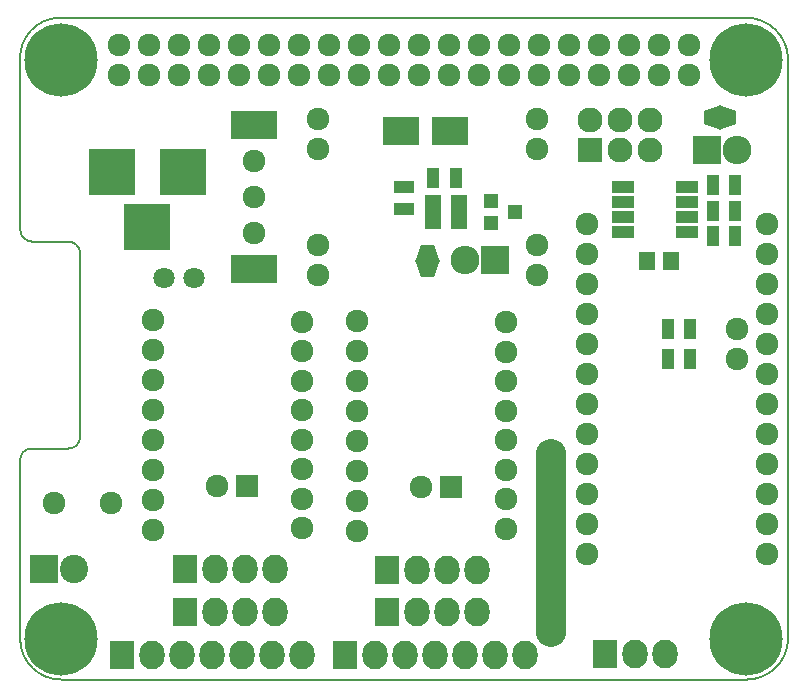
<source format=gbs>
G04 #@! TF.FileFunction,Soldermask,Bot*
%FSLAX46Y46*%
G04 Gerber Fmt 4.6, Leading zero omitted, Abs format (unit mm)*
G04 Created by KiCad (PCBNEW 4.0.2-stable) date 05/04/2016 23:50:18*
%MOMM*%
G01*
G04 APERTURE LIST*
%ADD10C,0.100000*%
%ADD11C,0.150000*%
%ADD12R,2.432000X2.432000*%
%ADD13O,2.432000X2.432000*%
%ADD14C,6.200000*%
%ADD15C,1.924000*%
%ADD16O,2.600000X17.600000*%
%ADD17R,3.900120X3.900120*%
%ADD18R,2.127200X2.432000*%
%ADD19O,2.127200X2.432000*%
%ADD20R,2.127200X2.127200*%
%ADD21O,2.127200X2.127200*%
%ADD22R,3.900000X2.400000*%
%ADD23R,1.100000X1.700000*%
%ADD24R,1.950000X1.000000*%
%ADD25R,1.924000X1.924000*%
%ADD26R,1.400000X1.650000*%
%ADD27R,3.051760X2.429460*%
%ADD28R,1.200100X1.200100*%
%ADD29R,1.700000X1.100000*%
%ADD30R,1.460000X1.050000*%
%ADD31R,2.400000X2.400000*%
%ADD32C,2.400000*%
%ADD33C,1.797000*%
G04 APERTURE END LIST*
D10*
D11*
X81838800Y-79552800D02*
X81838800Y-63906400D01*
X76758800Y-81483200D02*
X76758800Y-96621600D01*
X80822800Y-80467200D02*
X77673200Y-80467200D01*
X77774800Y-62941200D02*
X80772000Y-62941200D01*
X76758800Y-47548800D02*
X76758800Y-61925200D01*
X138277600Y-100025200D02*
X80264000Y-100025200D01*
X141782800Y-96520000D02*
X141782800Y-47548800D01*
X80162400Y-43992800D02*
X138125200Y-43992800D01*
X80010000Y-43992800D02*
X80162400Y-43992800D01*
X80010000Y-43992800D02*
G75*
G03X76758800Y-47548800I152400J-3403600D01*
G01*
X80822800Y-80467200D02*
G75*
G03X81838800Y-79552800I50800J965200D01*
G01*
X76758800Y-61925200D02*
G75*
G03X77774800Y-62941200I1016000J0D01*
G01*
X81838800Y-63906400D02*
G75*
G03X80772000Y-62941200I-1016000J-50800D01*
G01*
X77673200Y-80467200D02*
G75*
G03X76758800Y-81483200I50800J-965200D01*
G01*
X138277600Y-100025200D02*
G75*
G03X141782800Y-96520000I0J3505200D01*
G01*
X141782800Y-47447200D02*
X141782800Y-47548800D01*
X141782800Y-47447200D02*
G75*
G03X138125200Y-43992800I-3556000J-101600D01*
G01*
X76758800Y-96621600D02*
G75*
G03X80264000Y-100025200I3454400J50800D01*
G01*
D12*
X116951760Y-64510920D03*
D13*
X114411760Y-64510920D03*
D10*
G36*
X110667000Y-65922120D02*
X110167000Y-64522120D01*
X112337000Y-64522120D01*
X111837000Y-65922120D01*
X110667000Y-65922120D01*
X110667000Y-65922120D01*
G37*
G36*
X111837000Y-63252120D02*
X112337000Y-64652120D01*
X110167000Y-64652120D01*
X110667000Y-63252120D01*
X111837000Y-63252120D01*
X111837000Y-63252120D01*
G37*
D14*
X138240000Y-96583500D03*
X80201000Y-96583500D03*
D15*
X85154000Y-48831500D03*
X85154000Y-46291500D03*
X87694000Y-48831500D03*
X87694000Y-46291500D03*
X90234000Y-48831500D03*
X90234000Y-46291500D03*
X92774000Y-48831500D03*
X92774000Y-46291500D03*
X95314000Y-48831500D03*
X95314000Y-46291500D03*
X97854000Y-48831500D03*
X97854000Y-46291500D03*
X100394000Y-48831500D03*
X100394000Y-46291500D03*
X102934000Y-48831500D03*
X102934000Y-46291500D03*
X105474000Y-48831500D03*
X105474000Y-46291500D03*
X108014000Y-48831500D03*
X108014000Y-46291500D03*
X110554000Y-48831500D03*
X110554000Y-46291500D03*
X113094000Y-48831500D03*
X113094000Y-46291500D03*
X115634000Y-48831500D03*
X115634000Y-46291500D03*
X118174000Y-48831500D03*
X118174000Y-46291500D03*
X120714000Y-48831500D03*
X120714000Y-46291500D03*
X123254000Y-48831500D03*
X123254000Y-46291500D03*
X125794000Y-48831500D03*
X125794000Y-46291500D03*
X128334000Y-48831500D03*
X128334000Y-46291500D03*
X130874000Y-48831500D03*
X130874000Y-46291500D03*
X133414000Y-48831500D03*
X133414000Y-46291500D03*
D14*
X80201000Y-47561500D03*
X138240000Y-47561500D03*
D16*
X121730000Y-88455500D03*
D15*
X102006000Y-52527200D03*
X102006000Y-55067200D03*
X102006000Y-63195200D03*
X102006000Y-65735200D03*
X120548000Y-52527200D03*
X120548000Y-55067200D03*
X120548000Y-63195200D03*
X120548000Y-65735200D03*
D17*
X90528140Y-57048400D03*
X84528660Y-57048400D03*
X87528400Y-61747400D03*
D18*
X126289000Y-97891600D03*
D19*
X128829000Y-97891600D03*
X131369000Y-97891600D03*
D18*
X107798000Y-94284800D03*
D19*
X110338000Y-94284800D03*
X112878000Y-94284800D03*
X115418000Y-94284800D03*
D18*
X90728800Y-94284800D03*
D19*
X93268800Y-94284800D03*
X95808800Y-94284800D03*
X98348800Y-94284800D03*
D18*
X107798000Y-90728800D03*
D19*
X110338000Y-90728800D03*
X112878000Y-90728800D03*
X115418000Y-90728800D03*
D18*
X90728800Y-90678000D03*
D19*
X93268800Y-90678000D03*
X95808800Y-90678000D03*
X98348800Y-90678000D03*
D20*
X124968000Y-55168800D03*
D21*
X124968000Y-52628800D03*
X127508000Y-55168800D03*
X127508000Y-52628800D03*
X130048000Y-55168800D03*
X130048000Y-52628800D03*
D18*
X85344000Y-97917000D03*
D19*
X87884000Y-97917000D03*
X90424000Y-97917000D03*
X92964000Y-97917000D03*
X95504000Y-97917000D03*
X98044000Y-97917000D03*
X100584000Y-97917000D03*
D22*
X96520000Y-53086000D03*
D15*
X96520000Y-59182000D03*
X96520000Y-56134000D03*
X96520000Y-62230000D03*
D22*
X96520000Y-65278000D03*
D15*
X124714000Y-61468000D03*
X124714000Y-64008000D03*
X124714000Y-66548000D03*
X124714000Y-69088000D03*
X124714000Y-71628000D03*
X124714000Y-74168000D03*
X124714000Y-76708000D03*
X124714000Y-79248000D03*
X124714000Y-81788000D03*
X124714000Y-84328000D03*
X124714000Y-86868000D03*
X124714000Y-89408000D03*
X139954000Y-89408000D03*
X139954000Y-86868000D03*
X139954000Y-84328000D03*
X139954000Y-81788000D03*
X139954000Y-79248000D03*
X139954000Y-76708000D03*
X139954000Y-74168000D03*
X139954000Y-71628000D03*
X139954000Y-69088000D03*
X139954000Y-66548000D03*
X139954000Y-64008000D03*
X139954000Y-61468000D03*
X137414000Y-72898000D03*
X137414000Y-70358000D03*
X105308000Y-69646800D03*
X105308000Y-72186800D03*
X105308000Y-74726800D03*
X105308000Y-77266800D03*
X105308000Y-79806800D03*
X105308000Y-82346800D03*
X105308000Y-84886800D03*
X105308000Y-87426800D03*
X117928000Y-87266800D03*
X117928000Y-84766800D03*
X117928000Y-82266800D03*
X117928000Y-79766800D03*
X117928000Y-77266800D03*
X117928000Y-74766800D03*
X117928000Y-72266800D03*
X117928000Y-69766800D03*
X88036400Y-69596000D03*
X88036400Y-72136000D03*
X88036400Y-74676000D03*
X88036400Y-77216000D03*
X88036400Y-79756000D03*
X88036400Y-82296000D03*
X88036400Y-84836000D03*
X88036400Y-87376000D03*
X100656400Y-87216000D03*
X100656400Y-84716000D03*
X100656400Y-82216000D03*
X100656400Y-79716000D03*
X100656400Y-77216000D03*
X100656400Y-74716000D03*
X100656400Y-72216000D03*
X100656400Y-69716000D03*
X84455000Y-85039200D03*
X79629000Y-85039200D03*
D12*
X134874000Y-55214500D03*
D13*
X137414000Y-55214500D03*
D23*
X137287000Y-62473800D03*
X135387000Y-62473800D03*
X137287000Y-60319900D03*
X135387000Y-60319900D03*
X137287000Y-58171100D03*
X135387000Y-58171100D03*
D24*
X127836000Y-62174100D03*
X127836000Y-60904100D03*
X127836000Y-59634100D03*
X127836000Y-58364100D03*
X133236000Y-58364100D03*
X133236000Y-59634100D03*
X133236000Y-60904100D03*
X133236000Y-62174100D03*
D18*
X104262000Y-97922100D03*
D19*
X106802000Y-97922100D03*
X109342000Y-97922100D03*
X111882000Y-97922100D03*
X114422000Y-97922100D03*
X116962000Y-97922100D03*
X119502000Y-97922100D03*
D25*
X95991700Y-83611700D03*
D15*
X93451700Y-83611700D03*
D25*
X113254000Y-83713300D03*
D15*
X110714000Y-83713300D03*
D26*
X131846000Y-64571900D03*
X129846000Y-64571900D03*
D27*
X113149340Y-53609200D03*
X108978660Y-53609200D03*
D28*
X116654240Y-61384200D03*
X116654240Y-59484200D03*
X118653220Y-60434200D03*
D29*
X109281000Y-60203100D03*
X109281000Y-58303100D03*
D23*
X113650000Y-57576700D03*
X111750000Y-57576700D03*
D30*
X111691000Y-61407100D03*
X111691000Y-60457100D03*
X111691000Y-59507100D03*
X113891000Y-59507100D03*
X113891000Y-61407100D03*
X113891000Y-60457100D03*
D23*
X131572000Y-72867500D03*
X133472000Y-72867500D03*
X131597000Y-70327500D03*
X133497000Y-70327500D03*
D10*
G36*
X134667000Y-51860900D02*
X136067000Y-51360900D01*
X136067000Y-53530900D01*
X134667000Y-53030900D01*
X134667000Y-51860900D01*
X134667000Y-51860900D01*
G37*
G36*
X137337000Y-53030900D02*
X135937000Y-53530900D01*
X135937000Y-51360900D01*
X137337000Y-51860900D01*
X137337000Y-53030900D01*
X137337000Y-53030900D01*
G37*
D31*
X78740000Y-90678000D03*
D32*
X81280000Y-90678000D03*
D33*
X91440000Y-66040000D03*
X88900000Y-66040000D03*
M02*

</source>
